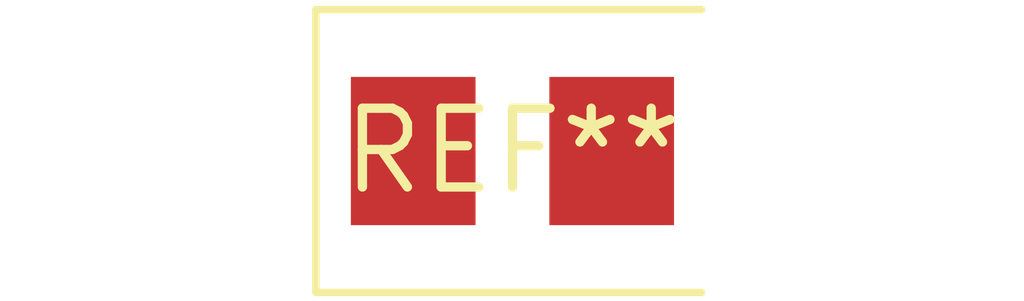
<source format=kicad_pcb>
(kicad_pcb (version 20240108) (generator pcbnew)
  (layers (0 "F.Cu" signal) (31 "B.Cu" signal) (34 "B.Paste" user) (35 "F.Paste" user) (36 "B.SilkS" user "B.Silkscreen") (37 "F.SilkS" user "F.Silkscreen") (38 "B.Mask" user) (39 "F.Mask" user) (44 "Edge.Cuts" user))
  (net 0 "")
  (footprint "LED_Dialight_591" (layer "F.Cu") (at 0 0)
    (property "Reference" "REF**")
    (property "Value" "LED_Dialight_591")
    (fp_line (start -3.17 -2.28) (end -3.17 2.28) (layer "F.SilkS") (stroke (width 0.12)))
    (fp_line (start -3.17 -2.28) (end 3.05 -2.28) (layer "F.SilkS") (stroke (width 0.12)))
    (fp_line (start -3.17 2.28) (end 3.05 2.28) (layer "F.SilkS") (stroke (width 0.12)))
    (pad "1" smd rect (at -1.6 0) (size 2.01 2.39) (layers "F.Cu" "F.Paste" "F.Mask"))
    (pad "2" smd rect (at 1.6 0) (size 2.01 2.39) (layers "F.Cu" "F.Paste" "F.Mask"))
  )
)
</source>
